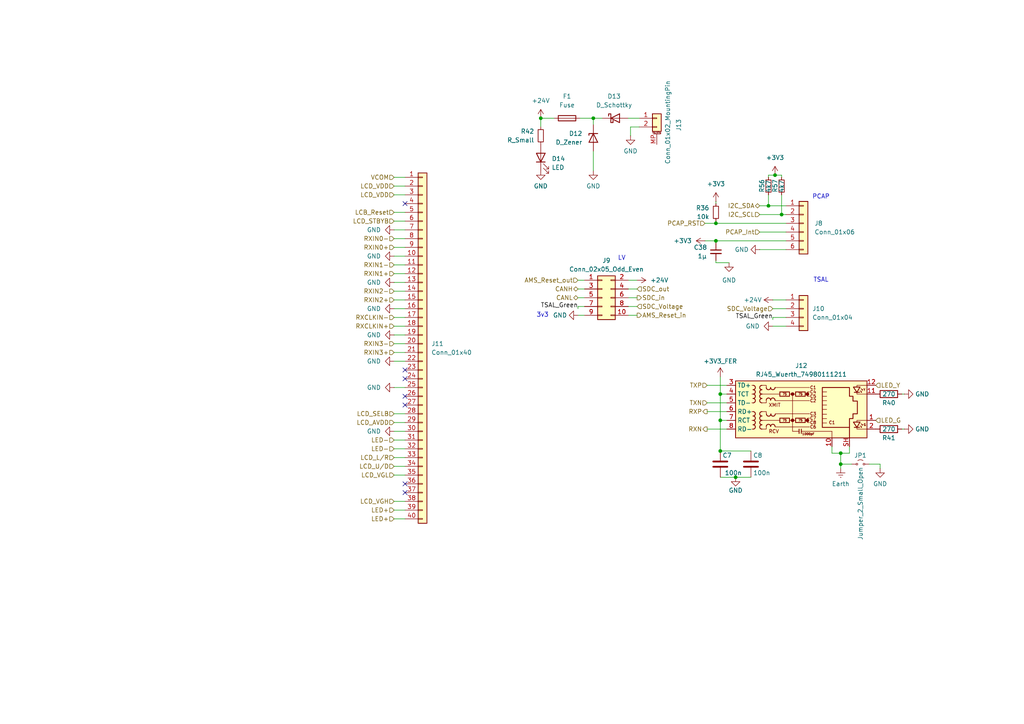
<source format=kicad_sch>
(kicad_sch (version 20231120) (generator "eeschema") (generator_version "8.0")
  (paper "A4")
  (lib_symbols
    (symbol "Connector:RJ45_Wuerth_74980111211"
      (property "Reference" "J" (at 19.05 10.16 0))
      (property "Value" "RJ45_Wuerth_74980111211" (at -6.35 10.16 0))
      (symbol "RJ45_Wuerth_74980111211_0_0"
        (circle (center -1.27 -2.54) (radius 0.0001) (stroke (width 0.508)))
        (circle (center -1.27 5.08) (radius 0.0001) (stroke (width 0.508)))
        (polyline (pts (xy -1.27 5.08) (xy -1.27 -5.715)))
        (polyline (pts (xy 0.635 -5.08) (xy 0.635 -6.35)) (stroke (width 0.254)))
        (polyline (pts (xy 1.27 -5.08) (xy 1.27 -6.35)) (stroke (width 0.254)))
        (polyline (pts (xy 3.048 -2.54) (xy 2.54 -2.54)))
        (polyline (pts (xy 3.048 5.08) (xy 2.54 5.08)))
        (polyline (pts (xy 17.399 -3.048) (xy 17.399 -2.54) (xy 20.32 -2.54)))
        (polyline (pts (xy 17.399 7.112) (xy 17.399 7.62) (xy 20.32 7.62)))
        (polyline (pts (xy 20.32 -5.08) (xy 17.399 -5.08) (xy 17.399 -4.572)))
        (polyline (pts (xy 20.32 5.08) (xy 17.399 5.08) (xy 17.399 5.588)))
        (polyline (pts (xy 3.683 -1.905) (xy 3.048 -1.905) (xy 3.048 -3.175) (xy 3.683 -3.175)))
        (polyline (pts (xy 3.683 5.715) (xy 3.048 5.715) (xy 3.048 4.445) (xy 3.683 4.445)))
        (circle (center 3.048 -2.54) (radius 0.0001) (stroke (width 0.508)))
        (circle (center 3.048 5.08) (radius 0.0001) (stroke (width 0.508)))
        (text "C1" (at 4.699 6.985 0) (effects (font (size 0.889 0.889))))
        (text "C1" (at 10.16 -3.175 0) (effects (font (size 0.889 0.889))))
        (text "C2" (at 4.699 3.175 0) (effects (font (size 0.889 0.889))))
        (text "C3" (at 4.699 -0.635 0) (effects (font (size 0.889 0.889))))
        (text "C4" (at 4.699 5.715 0) (effects (font (size 0.889 0.889))))
        (text "C5" (at 4.699 4.445 0) (effects (font (size 0.889 0.889))))
        (text "C6" (at 4.699 -4.445 0) (effects (font (size 0.889 0.889))))
        (text "C7" (at 4.699 -1.905 0) (effects (font (size 0.889 0.889))))
        (text "C8" (at 4.699 -3.175 0) (effects (font (size 0.889 0.889))))
        (text "RCV" (at -8.255 -5.715 0) (effects (font (size 1.016 1.016)) (justify left)))
        (text "XMIT" (at -8.255 1.905 0) (effects (font (size 1.016 1.016)) (justify left)))
      )
      (symbol "RJ45_Wuerth_74980111211_0_1"
        (rectangle (start -17.78 8.89) (end 20.32 -7.62) (stroke (width 0.254)) (fill (type background)))
        (polyline (pts (xy -12.7 -5.08) (xy -13.081 -5.08)))
        (polyline (pts (xy -12.7 -2.54) (xy -13.081 -2.54)))
        (polyline (pts (xy -12.7 0) (xy -13.081 0)))
        (polyline (pts (xy -12.7 2.54) (xy -13.081 2.54)))
        (polyline (pts (xy -12.7 5.08) (xy -13.081 5.08)))
        (polyline (pts (xy -12.7 7.62) (xy -13.081 7.62)))
        (polyline (pts (xy -6.35 -4.445) (xy 3.683 -4.445)))
        (polyline (pts (xy -6.35 3.175) (xy 3.683 3.175)))
        (polyline (pts (xy -6.35 6.985) (xy 3.683 6.985)))
        (polyline (pts (xy -6.223 -0.635) (xy 3.683 -0.635)))
        (polyline (pts (xy -5.08 -2.54) (xy -10.16 -2.54)))
        (polyline (pts (xy -4.953 5.08) (xy -10.16 5.08)))
        (polyline (pts (xy -2.159 -2.54) (xy -0.381 -2.54)))
        (polyline (pts (xy -2.159 5.08) (xy -0.381 5.08)))
        (polyline (pts (xy 0.635 -5.715) (xy -1.27 -5.715)))
        (polyline (pts (xy 7.366 -2.032) (xy 8.636 -2.032)))
        (polyline (pts (xy 7.366 -0.762) (xy 8.636 -0.762)))
        (polyline (pts (xy 7.366 0.635) (xy 8.636 0.635)))
        (polyline (pts (xy 7.366 1.905) (xy 8.636 1.905)))
        (polyline (pts (xy 7.366 3.175) (xy 8.636 3.175)))
        (polyline (pts (xy 8.636 -3.302) (xy 7.366 -3.302)))
        (polyline (pts (xy 8.636 4.445) (xy 7.366 4.445)))
        (polyline (pts (xy 8.636 5.715) (xy 7.366 5.715)))
        (polyline (pts (xy 10.16 -5.715) (xy 1.27 -5.715)))
        (polyline (pts (xy 10.16 -5.715) (xy 10.16 -7.62)))
        (polyline (pts (xy -10.16 0) (xy -8.89 0) (xy -8.89 -0.635)))
        (polyline (pts (xy -10.16 7.62) (xy -8.89 7.62) (xy -8.89 6.985)))
        (polyline (pts (xy -8.89 -4.445) (xy -8.89 -5.08) (xy -10.16 -5.08)))
        (polyline (pts (xy -8.89 3.175) (xy -8.89 2.54) (xy -10.16 2.54)))
      )
      (symbol "RJ45_Wuerth_74980111211_1_0"
        (text "1000pF" (at 3.302 -6.477 0) (effects (font (size 0.635 0.635))))
      )
      (symbol "RJ45_Wuerth_74980111211_1_1"
        (arc (start -12.7 -1.27) (mid -12.0677 -0.635) (end -12.7 0) (stroke (width 0.254)))
        (arc (start -12.6973 -5.08) (mid -12.065 -4.445) (end -12.6973 -3.81) (stroke (width 0.254)))
        (arc (start -12.6973 -3.81) (mid -12.065 -3.175) (end -12.6973 -2.54) (stroke (width 0.254)))
        (arc (start -12.6973 -2.54) (mid -12.065 -1.905) (end -12.6973 -1.27) (stroke (width 0.254)))
        (arc (start -12.6973 6.35) (mid -12.065 6.985) (end -12.6973 7.62) (stroke (width 0.254)))
        (arc (start -12.6946 2.54) (mid -12.0623 3.175) (end -12.6946 3.81) (stroke (width 0.254)))
        (arc (start -12.6946 3.81) (mid -12.0623 4.445) (end -12.6946 5.08) (stroke (width 0.254)))
        (arc (start -12.6946 5.08) (mid -12.0623 5.715) (end -12.6946 6.35) (stroke (width 0.254)))
        (arc (start -10.1654 -2.54) (mid -10.7977 -3.175) (end -10.1654 -3.81) (stroke (width 0.254)))
        (arc (start -10.1654 -1.27) (mid -10.7977 -1.905) (end -10.1654 -2.54) (stroke (width 0.254)))
        (arc (start -10.1654 0) (mid -10.7977 -0.635) (end -10.1654 -1.27) (stroke (width 0.254)))
        (arc (start -10.1654 5.08) (mid -10.7977 4.445) (end -10.1654 3.81) (stroke (width 0.254)))
        (arc (start -10.1654 6.35) (mid -10.7977 5.715) (end -10.1654 5.08) (stroke (width 0.254)))
        (arc (start -10.1654 7.62) (mid -10.7977 6.985) (end -10.1654 6.35) (stroke (width 0.254)))
        (arc (start -10.1627 -3.81) (mid -10.795 -4.445) (end -10.1627 -5.08) (stroke (width 0.254)))
        (arc (start -10.1627 3.81) (mid -10.795 3.175) (end -10.1627 2.54) (stroke (width 0.254)))
        (arc (start -8.89 6.9823) (mid -8.255 6.35) (end -7.62 6.9823) (stroke (width 0.254)))
        (arc (start -8.8265 -0.7012) (mid -8.1915 -1.3335) (end -7.5565 -0.7012) (stroke (width 0.254)))
        (arc (start -7.62 -4.3153) (mid -8.255 -3.683) (end -8.89 -4.3153) (stroke (width 0.254)))
        (arc (start -7.62 3.3047) (mid -8.255 3.937) (end -8.89 3.3047) (stroke (width 0.254)))
        (arc (start -7.62 6.985) (mid -6.985 6.3527) (end -6.35 6.985) (stroke (width 0.254)))
        (arc (start -7.5565 -0.6985) (mid -6.9215 -1.3308) (end -6.2865 -0.6985) (stroke (width 0.254)))
        (arc (start -6.35 -4.3126) (mid -6.985 -3.6803) (end -7.62 -4.3126) (stroke (width 0.254)))
        (arc (start -6.35 3.3074) (mid -6.985 3.9397) (end -7.62 3.3074) (stroke (width 0.254)))
        (rectangle (start -4.953 -1.905) (end -2.159 -3.175) (stroke (width 0.254)))
        (rectangle (start -4.953 5.715) (end -2.159 4.445) (stroke (width 0.254)))
        (rectangle (start -0.381 -1.905) (end 2.413 -3.175) (stroke (width 0.254)))
        (rectangle (start -0.381 5.715) (end 2.413 4.445) (stroke (width 0.254)))
        (polyline (pts (xy 15.24 -7.62) (xy 15.24 -4.572)) (stroke (width 0.254)))
        (polyline (pts (xy 18.161 -4.572) (xy 16.637 -4.572)) (stroke (width 0.254)))
        (polyline (pts (xy 18.161 5.588) (xy 16.637 5.588)) (stroke (width 0.254)))
        (polyline (pts (xy 18.796 -4.572) (xy 18.796 -4.318)))
        (polyline (pts (xy 18.796 5.588) (xy 18.796 5.842)))
        (polyline (pts (xy 19.05 -3.937) (xy 19.05 -3.683)))
        (polyline (pts (xy 19.05 6.223) (xy 19.05 6.477)))
        (polyline (pts (xy 18.288 -4.064) (xy 18.796 -4.572) (xy 18.542 -4.572)))
        (polyline (pts (xy 18.288 6.096) (xy 18.796 5.588) (xy 18.542 5.588)))
        (polyline (pts (xy 18.542 -3.429) (xy 19.05 -3.937) (xy 18.796 -3.937)))
        (polyline (pts (xy 18.542 6.731) (xy 19.05 6.223) (xy 18.796 6.223)))
        (polyline (pts (xy 18.288 -3.048) (xy 16.383 -3.048) (xy 17.399 -4.572) (xy 18.288 -3.048)) (stroke (width 0.254)))
        (polyline (pts (xy 18.288 7.112) (xy 16.383 7.112) (xy 17.399 5.588) (xy 18.288 7.112)) (stroke (width 0.254)))
        (polyline (pts (xy 7.366 -4.572) (xy 7.366 6.985) (xy 15.24 6.985) (xy 15.24 4.445) (xy 16.256 4.445) (xy 16.256 3.048) (xy 17.526 3.048) (xy 17.526 -0.635) (xy 16.256 -0.635) (xy 16.256 -2.032) (xy 15.24 -2.032) (xy 15.24 -4.572) (xy 7.366 -4.572)) (stroke (width 0.254)))
        (text "75" (at -3.556 -2.54 0) (effects (font (size 0.635 0.635))))
        (text "75" (at -3.556 5.08 0) (effects (font (size 0.635 0.635))))
        (text "75" (at 1.016 -2.54 0) (effects (font (size 0.635 0.635))))
        (text "75" (at 1.016 5.08 0) (effects (font (size 0.635 0.635))))
        (text "G" (at 19.685 -3.81 0) (effects (font (size 0.635 0.635))))
        (text "Y" (at 19.558 6.35 0) (effects (font (size 0.635 0.635))))
        (pin passive line (at 22.86 -2.54 180) (length 2.54) (name "") (number "1"))
        (pin power_in line (at 10.16 -10.16 90) (length 2.54) (name "") (number "10"))
        (pin passive line (at 22.86 5.08 180) (length 2.54) (name "") (number "11"))
        (pin passive line (at 22.86 7.62 180) (length 2.54) (name "") (number "12"))
        (pin passive line (at 22.86 -5.08 180) (length 2.54) (name "") (number "2"))
        (pin passive line (at -20.32 7.62 0) (length 2.54) (name "TD+") (number "3"))
        (pin passive line (at -20.32 5.08 0) (length 2.54) (name "TCT") (number "4"))
        (pin passive line (at -20.32 2.54 0) (length 2.54) (name "TD-") (number "5"))
        (pin passive line (at -20.32 0 0) (length 2.54) (name "RD+") (number "6"))
        (pin passive line (at -20.32 -2.54 0) (length 2.54) (name "RCT") (number "7"))
        (pin passive line (at -20.32 -5.08 0) (length 2.54) (name "RD-") (number "8"))
        (pin no_connect line (at 20.32 0 0) (length 0) hide (name "NC") (number "9"))
        (pin passive line (at 15.24 -10.16 90) (length 2.54) (name "") (number "SH"))
      )
    )
    (symbol "Connector_Generic:Conn_01x04" (pin_names (offset 1.016) hide)
      (property "Reference" "J" (at 0 5.08 0))
      (property "Value" "Conn_01x04" (at 0 -7.62 0))
      (symbol "Conn_01x04_1_1"
        (rectangle (start -1.27 -4.953) (end 0 -5.207) (stroke (width 0.1524)))
        (rectangle (start -1.27 -2.413) (end 0 -2.667) (stroke (width 0.1524)))
        (rectangle (start -1.27 0.127) (end 0 -0.127) (stroke (width 0.1524)))
        (rectangle (start -1.27 2.667) (end 0 2.413) (stroke (width 0.1524)))
        (rectangle (start -1.27 3.81) (end 1.27 -6.35) (stroke (width 0.254)) (fill (type background)))
        (pin passive line (at -5.08 2.54 0) (length 3.81) (name "Pin_1") (number "1"))
        (pin passive line (at -5.08 0 0) (length 3.81) (name "Pin_2") (number "2"))
        (pin passive line (at -5.08 -2.54 0) (length 3.81) (name "Pin_3") (number "3"))
        (pin passive line (at -5.08 -5.08 0) (length 3.81) (name "Pin_4") (number "4"))
      )
    )
    (symbol "Connector_Generic:Conn_01x06" (pin_names (offset 1.016) hide)
      (property "Reference" "J" (at 0 7.62 0))
      (property "Value" "Conn_01x06" (at 0 -10.16 0))
      (symbol "Conn_01x06_1_1"
        (rectangle (start -1.27 -7.493) (end 0 -7.747) (stroke (width 0.1524)))
        (rectangle (start -1.27 -4.953) (end 0 -5.207) (stroke (width 0.1524)))
        (rectangle (start -1.27 -2.413) (end 0 -2.667) (stroke (width 0.1524)))
        (rectangle (start -1.27 0.127) (end 0 -0.127) (stroke (width 0.1524)))
        (rectangle (start -1.27 2.667) (end 0 2.413) (stroke (width 0.1524)))
        (rectangle (start -1.27 5.207) (end 0 4.953) (stroke (width 0.1524)))
        (rectangle (start -1.27 6.35) (end 1.27 -8.89) (stroke (width 0.254)) (fill (type background)))
        (pin passive line (at -5.08 5.08 0) (length 3.81) (name "Pin_1") (number "1"))
        (pin passive line (at -5.08 2.54 0) (length 3.81) (name "Pin_2") (number "2"))
        (pin passive line (at -5.08 0 0) (length 3.81) (name "Pin_3") (number "3"))
        (pin passive line (at -5.08 -2.54 0) (length 3.81) (name "Pin_4") (number "4"))
        (pin passive line (at -5.08 -5.08 0) (length 3.81) (name "Pin_5") (number "5"))
        (pin passive line (at -5.08 -7.62 0) (length 3.81) (name "Pin_6") (number "6"))
      )
    )
    (symbol "Connector_Generic:Conn_01x40" (pin_names (offset 1.016) hide)
      (property "Reference" "J" (at 0 50.8 0))
      (property "Value" "Conn_01x40" (at 0 -53.34 0))
      (symbol "Conn_01x40_1_1"
        (rectangle (start -1.27 -50.673) (end 0 -50.927) (stroke (width 0.1524)))
        (rectangle (start -1.27 -48.133) (end 0 -48.387) (stroke (width 0.1524)))
        (rectangle (start -1.27 -45.593) (end 0 -45.847) (stroke (width 0.1524)))
        (rectangle (start -1.27 -43.053) (end 0 -43.307) (stroke (width 0.1524)))
        (rectangle (start -1.27 -40.513) (end 0 -40.767) (stroke (width 0.1524)))
        (rectangle (start -1.27 -37.973) (end 0 -38.227) (stroke (width 0.1524)))
        (rectangle (start -1.27 -35.433) (end 0 -35.687) (stroke (width 0.1524)))
        (rectangle (start -1.27 -32.893) (end 0 -33.147) (stroke (width 0.1524)))
        (rectangle (start -1.27 -30.353) (end 0 -30.607) (stroke (width 0.1524)))
        (rectangle (start -1.27 -27.813) (end 0 -28.067) (stroke (width 0.1524)))
        (rectangle (start -1.27 -25.273) (end 0 -25.527) (stroke (width 0.1524)))
        (rectangle (start -1.27 -22.733) (end 0 -22.987) (stroke (width 0.1524)))
        (rectangle (start -1.27 -20.193) (end 0 -20.447) (stroke (width 0.1524)))
        (rectangle (start -1.27 -17.653) (end 0 -17.907) (stroke (width 0.1524)))
        (rectangle (start -1.27 -15.113) (end 0 -15.367) (stroke (width 0.1524)))
        (rectangle (start -1.27 -12.573) (end 0 -12.827) (stroke (width 0.1524)))
        (rectangle (start -1.27 -10.033) (end 0 -10.287) (stroke (width 0.1524)))
        (rectangle (start -1.27 -7.493) (end 0 -7.747) (stroke (width 0.1524)))
        (rectangle (start -1.27 -4.953) (end 0 -5.207) (stroke (width 0.1524)))
        (rectangle (start -1.27 -2.413) (end 0 -2.667) (stroke (width 0.1524)))
        (rectangle (start -1.27 0.127) (end 0 -0.127) (stroke (width 0.1524)))
        (rectangle (start -1.27 2.667) (end 0 2.413) (stroke (width 0.1524)))
        (rectangle (start -1.27 5.207) (end 0 4.953) (stroke (width 0.1524)))
        (rectangle (start -1.27 7.747) (end 0 7.493) (stroke (width 0.1524)))
        (rectangle (start -1.27 10.287) (end 0 10.033) (stroke (width 0.1524)))
        (rectangle (start -1.27 12.827) (end 0 12.573) (stroke (width 0.1524)))
        (rectangle (start -1.27 15.367) (end 0 15.113) (stroke (width 0.1524)))
        (rectangle (start -1.27 17.907) (end 0 17.653) (stroke (width 0.1524)))
        (rectangle (start -1.27 20.447) (end 0 20.193) (stroke (width 0.1524)))
        (rectangle (start -1.27 22.987) (end 0 22.733) (stroke (width 0.1524)))
        (rectangle (start -1.27 25.527) (end 0 25.273) (stroke (width 0.1524)))
        (rectangle (start -1.27 28.067) (end 0 27.813) (stroke (width 0.1524)))
        (rectangle (start -1.27 30.607) (end 0 30.353) (stroke (width 0.1524)))
        (rectangle (start -1.27 33.147) (end 0 32.893) (stroke (width 0.1524)))
        (rectangle (start -1.27 35.687) (end 0 35.433) (stroke (width 0.1524)))
        (rectangle (start -1.27 38.227) (end 0 37.973) (stroke (width 0.1524)))
        (rectangle (start -1.27 40.767) (end 0 40.513) (stroke (width 0.1524)))
        (rectangle (start -1.27 43.307) (end 0 43.053) (stroke (width 0.1524)))
        (rectangle (start -1.27 45.847) (end 0 45.593) (stroke (width 0.1524)))
        (rectangle (start -1.27 48.387) (end 0 48.133) (stroke (width 0.1524)))
        (rectangle (start -1.27 49.53) (end 1.27 -52.07) (stroke (width 0.254)) (fill (type background)))
        (pin passive line (at -5.08 48.26 0) (length 3.81) (name "Pin_1") (number "1"))
        (pin passive line (at -5.08 25.4 0) (length 3.81) (name "Pin_10") (number "10"))
        (pin passive line (at -5.08 22.86 0) (length 3.81) (name "Pin_11") (number "11"))
        (pin passive line (at -5.08 20.32 0) (length 3.81) (name "Pin_12") (number "12"))
        (pin passive line (at -5.08 17.78 0) (length 3.81) (name "Pin_13") (number "13"))
        (pin passive line (at -5.08 15.24 0) (length 3.81) (name "Pin_14") (number "14"))
        (pin passive line (at -5.08 12.7 0) (length 3.81) (name "Pin_15") (number "15"))
        (pin passive line (at -5.08 10.16 0) (length 3.81) (name "Pin_16") (number "16"))
        (pin passive line (at -5.08 7.62 0) (length 3.81) (name "Pin_17") (number "17"))
        (pin passive line (at -5.08 5.08 0) (length 3.81) (name "Pin_18") (number "18"))
        (pin passive line (at -5.08 2.54 0) (length 3.81) (name "Pin_19") (number "19"))
        (pin passive line (at -5.08 45.72 0) (length 3.81) (name "Pin_2") (number "2"))
        (pin passive line (at -5.08 0 0) (length 3.81) (name "Pin_20") (number "20"))
        (pin passive line (at -5.08 -2.54 0) (length 3.81) (name "Pin_21") (number "21"))
        (pin passive line (at -5.08 -5.08 0) (length 3.81) (name "Pin_22") (number "22"))
        (pin passive line (at -5.08 -7.62 0) (length 3.81) (name "Pin_23") (number "23"))
        (pin passive line (at -5.08 -10.16 0) (length 3.81) (name "Pin_24") (number "24"))
        (pin passive line (at -5.08 -12.7 0) (length 3.81) (name "Pin_25") (number "25"))
        (pin passive line (at -5.08 -15.24 0) (length 3.81) (name "Pin_26") (number "26"))
        (pin passive line (at -5.08 -17.78 0) (length 3.81) (name "Pin_27") (number "27"))
        (pin passive line (at -5.08 -20.32 0) (length 3.81) (name "Pin_28") (number "28"))
        (pin passive line (at -5.08 -22.86 0) (length 3.81) (name "Pin_29") (number "29"))
        (pin passive line (at -5.08 43.18 0) (length 3.81) (name "Pin_3") (number "3"))
        (pin passive line (at -5.08 -25.4 0) (length 3.81) (name "Pin_30") (number "30"))
        (pin passive line (at -5.08 -27.94 0) (length 3.81) (name "Pin_31") (number "31"))
        (pin passive line (at -5.08 -30.48 0) (length 3.81) (name "Pin_32") (number "32"))
        (pin passive line (at -5.08 -33.02 0) (length 3.81) (name "Pin_33") (number "33"))
        (pin passive line (at -5.08 -35.56 0) (length 3.81) (name "Pin_34") (number "34"))
        (pin passive line (at -5.08 -38.1 0) (length 3.81) (name "Pin_35") (number "35"))
        (pin passive line (at -5.08 -40.64 0) (length 3.81) (name "Pin_36") (number "36"))
        (pin passive line (at -5.08 -43.18 0) (length 3.81) (name "Pin_37") (number "37"))
        (pin passive line (at -5.08 -45.72 0) (length 3.81) (name "Pin_38") (number "38"))
        (pin passive line (at -5.08 -48.26 0) (length 3.81) (name "Pin_39") (number "39"))
        (pin passive line (at -5.08 40.64 0) (length 3.81) (name "Pin_4") (number "4"))
        (pin passive line (at -5.08 -50.8 0) (length 3.81) (name "Pin_40") (number "40"))
        (pin passive line (at -5.08 38.1 0) (length 3.81) (name "Pin_5") (number "5"))
        (pin passive line (at -5.08 35.56 0) (length 3.81) (name "Pin_6") (number "6"))
        (pin passive line (at -5.08 33.02 0) (length 3.81) (name "Pin_7") (number "7"))
        (pin passive line (at -5.08 30.48 0) (length 3.81) (name "Pin_8") (number "8"))
        (pin passive line (at -5.08 27.94 0) (length 3.81) (name "Pin_9") (number "9"))
      )
    )
    (symbol "Connector_Generic:Conn_02x05_Odd_Even" (pin_names (offset 1.016) hide)
      (property "Reference" "J" (at 1.27 7.62 0))
      (property "Value" "Conn_02x05_Odd_Even" (at 1.27 -7.62 0))
      (symbol "Conn_02x05_Odd_Even_1_1"
        (rectangle (start -1.27 -4.953) (end 0 -5.207) (stroke (width 0.1524)))
        (rectangle (start -1.27 -2.413) (end 0 -2.667) (stroke (width 0.1524)))
        (rectangle (start -1.27 0.127) (end 0 -0.127) (stroke (width 0.1524)))
        (rectangle (start -1.27 2.667) (end 0 2.413) (stroke (width 0.1524)))
        (rectangle (start -1.27 5.207) (end 0 4.953) (stroke (width 0.1524)))
        (rectangle (start -1.27 6.35) (end 3.81 -6.35) (stroke (width 0.254)) (fill (type background)))
        (rectangle (start 3.81 -4.953) (end 2.54 -5.207) (stroke (width 0.1524)))
        (rectangle (start 3.81 -2.413) (end 2.54 -2.667) (stroke (width 0.1524)))
        (rectangle (start 3.81 0.127) (end 2.54 -0.127) (stroke (width 0.1524)))
        (rectangle (start 3.81 2.667) (end 2.54 2.413) (stroke (width 0.1524)))
        (rectangle (start 3.81 5.207) (end 2.54 4.953) (stroke (width 0.1524)))
        (pin passive line (at -5.08 5.08 0) (length 3.81) (name "Pin_1") (number "1"))
        (pin passive line (at 7.62 -5.08 180) (length 3.81) (name "Pin_10") (number "10"))
        (pin passive line (at 7.62 5.08 180) (length 3.81) (name "Pin_2") (number "2"))
        (pin passive line (at -5.08 2.54 0) (length 3.81) (name "Pin_3") (number "3"))
        (pin passive line (at 7.62 2.54 180) (length 3.81) (name "Pin_4") (number "4"))
        (pin passive line (at -5.08 0 0) (length 3.81) (name "Pin_5") (number "5"))
        (pin passive line (at 7.62 0 180) (length 3.81) (name "Pin_6") (number "6"))
        (pin passive line (at -5.08 -2.54 0) (length 3.81) (name "Pin_7") (number "7"))
        (pin passive line (at 7.62 -2.54 180) (length 3.81) (name "Pin_8") (number "8"))
        (pin passive line (at -5.08 -5.08 0) (length 3.81) (name "Pin_9") (number "9"))
      )
    )
    (symbol "Connector_Generic_MountingPin:Conn_01x02_MountingPin" (pin_names (offset 1.016) hide)
      (property "Reference" "J" (at 0 2.54 0))
      (property "Value" "Conn_01x02_MountingPin" (at 1.27 -5.08 0))
      (symbol "Conn_01x02_MountingPin_1_1"
        (rectangle (start -1.27 -2.413) (end 0 -2.667) (stroke (width 0.1524)))
        (rectangle (start -1.27 0.127) (end 0 -0.127) (stroke (width 0.1524)))
        (rectangle (start -1.27 1.27) (end 1.27 -3.81) (stroke (width 0.254)) (fill (type background)))
        (polyline (pts (xy -1.016 -4.572) (xy 1.016 -4.572)) (stroke (width 0.1524)))
        (text "Mounting" (at 0 -4.191 0) (effects (font (size 0.381 0.381))))
        (pin passive line (at -5.08 0 0) (length 3.81) (name "Pin_1") (number "1"))
        (pin passive line (at -5.08 -2.54 0) (length 3.81) (name "Pin_2") (number "2"))
        (pin passive line (at 0 -7.62 90) (length 3.048) (name "MountPin") (number "MP"))
      )
    )
    (symbol "Device:C" (pin_numbers hide) (pin_names (offset 0.254))
      (property "Reference" "C" (at 0.635 2.54 0))
      (property "Value" "C" (at 0.635 -2.54 0))
      (symbol "C_0_1"
        (polyline (pts (xy -2.032 -0.762) (xy 2.032 -0.762)) (stroke (width 0.508)))
        (polyline (pts (xy -2.032 0.762) (xy 2.032 0.762)) (stroke (width 0.508)))
      )
      (symbol "C_1_1"
        (pin passive line (at 0 3.81 270) (length 2.794) (name "~") (number "1"))
        (pin passive line (at 0 -3.81 90) (length 2.794) (name "~") (number "2"))
      )
    )
    (symbol "Device:C_Small" (pin_numbers hide) (pin_names (offset 0.254) hide)
      (property "Reference" "C" (at 0.254 1.778 0))
      (property "Value" "C_Small" (at 0.254 -2.032 0))
      (symbol "C_Small_0_1"
        (polyline (pts (xy -1.524 -0.508) (xy 1.524 -0.508)) (stroke (width 0.3302)))
        (polyline (pts (xy -1.524 0.508) (xy 1.524 0.508)) (stroke (width 0.3048)))
      )
      (symbol "C_Small_1_1"
        (pin passive line (at 0 2.54 270) (length 2.032) (name "~") (number "1"))
        (pin passive line (at 0 -2.54 90) (length 2.032) (name "~") (number "2"))
      )
    )
    (symbol "Device:D_Schottky" (pin_numbers hide) (pin_names (offset 1.016) hide)
      (property "Reference" "D" (at 0 2.54 0))
      (property "Value" "D_Schottky" (at 0 -2.54 0))
      (symbol "D_Schottky_0_1"
        (polyline (pts (xy 1.27 0) (xy -1.27 0)))
        (polyline (pts (xy 1.27 1.27) (xy 1.27 -1.27) (xy -1.27 0) (xy 1.27 1.27)) (stroke (width 0.254)))
        (polyline (pts (xy -1.905 0.635) (xy -1.905 1.27) (xy -1.27 1.27) (xy -1.27 -1.27) (xy -0.635 -1.27) (xy -0.635 -0.635)) (stroke (width 0.254)))
      )
      (symbol "D_Schottky_1_1"
        (pin passive line (at -3.81 0 0) (length 2.54) (name "K") (number "1"))
        (pin passive line (at 3.81 0 180) (length 2.54) (name "A") (number "2"))
      )
    )
    (symbol "Device:D_Zener" (pin_numbers hide) (pin_names (offset 1.016) hide)
      (property "Reference" "D" (at 0 2.54 0))
      (property "Value" "D_Zener" (at 0 -2.54 0))
      (symbol "D_Zener_0_1"
        (polyline (pts (xy 1.27 0) (xy -1.27 0)))
        (polyline (pts (xy -1.27 -1.27) (xy -1.27 1.27) (xy -0.762 1.27)) (stroke (width 0.254)))
        (polyline (pts (xy 1.27 -1.27) (xy 1.27 1.27) (xy -1.27 0) (xy 1.27 -1.27)) (stroke (width 0.254)))
      )
      (symbol "D_Zener_1_1"
        (pin passive line (at -3.81 0 0) (length 2.54) (name "K") (number "1"))
        (pin passive line (at 3.81 0 180) (length 2.54) (name "A") (number "2"))
      )
    )
    (symbol "Device:Fuse" (pin_numbers hide) (pin_names (offset 0))
      (property "Reference" "F" (at 2.032 0 90))
      (property "Value" "Fuse" (at -1.905 0 90))
      (symbol "Fuse_0_1"
        (rectangle (start -0.762 -2.54) (end 0.762 2.54) (stroke (width 0.254)))
        (polyline (pts (xy 0 2.54) (xy 0 -2.54)))
      )
      (symbol "Fuse_1_1"
        (pin passive line (at 0 3.81 270) (length 1.27) (name "~") (number "1"))
        (pin passive line (at 0 -3.81 90) (length 1.27) (name "~") (number "2"))
      )
    )
    (symbol "Device:LED" (pin_numbers hide) (pin_names (offset 1.016) hide)
      (property "Reference" "D" (at 0 2.54 0))
      (property "Value" "LED" (at 0 -2.54 0))
      (symbol "LED_0_1"
        (polyline (pts (xy -1.27 -1.27) (xy -1.27 1.27)) (stroke (width 0.254)))
        (polyline (pts (xy -1.27 0) (xy 1.27 0)))
        (polyline (pts (xy 1.27 -1.27) (xy 1.27 1.27) (xy -1.27 0) (xy 1.27 -1.27)) (stroke (width 0.254)))
        (polyline (pts (xy -3.048 -0.762) (xy -4.572 -2.286) (xy -3.81 -2.286) (xy -4.572 -2.286) (xy -4.572 -1.524)))
        (polyline (pts (xy -1.778 -0.762) (xy -3.302 -2.286) (xy -2.54 -2.286) (xy -3.302 -2.286) (xy -3.302 -1.524)))
      )
      (symbol "LED_1_1"
        (pin passive line (at -3.81 0 0) (length 2.54) (name "K") (number "1"))
        (pin passive line (at 3.81 0 180) (length 2.54) (name "A") (number "2"))
      )
    )
    (symbol "Device:R" (pin_numbers hide) (pin_names (offset 0))
      (property "Reference" "R" (at 2.032 0 90))
      (property "Value" "R" (at 0 0 90))
      (symbol "R_0_1"
        (rectangle (start -1.016 -2.54) (end 1.016 2.54) (stroke (width 0.254)))
      )
      (symbol "R_1_1"
        (pin passive line (at 0 3.81 270) (length 1.27) (name "~") (number "1"))
        (pin passive line (at 0 -3.81 90) (length 1.27) (name "~") (number "2"))
      )
    )
    (symbol "Device:R_Small" (pin_numbers hide) (pin_names (offset 0.254) hide)
      (property "Reference" "R" (at 0.762 0.508 0))
      (property "Value" "R_Small" (at 0.762 -1.016 0))
      (symbol "R_Small_0_1"
        (rectangle (start -0.762 1.778) (end 0.762 -1.778) (stroke (width 0.2032)))
      )
      (symbol "R_Small_1_1"
        (pin passive line (at 0 2.54 270) (length 0.762) (name "~") (number "1"))
        (pin passive line (at 0 -2.54 90) (length 0.762) (name "~") (number "2"))
      )
    )
    (symbol "Jumper:Jumper_2_Small_Open" (pin_numbers hide) (pin_names (offset 0) hide) (exclude_from_sim yes)
      (property "Reference" "JP" (at 0 2.794 0))
      (property "Value" "Jumper_2_Small_Open" (at 0 -2.286 0))
      (symbol "Jumper_2_Small_Open_0_0"
        (circle (center -1.016 0) (radius 0.254))
        (circle (center 1.016 0) (radius 0.254))
      )
      (symbol "Jumper_2_Small_Open_0_1"
        (arc (start 0.762 1.0196) (mid 0 1.2729) (end -0.762 1.0196))
      )
      (symbol "Jumper_2_Small_Open_1_1"
        (pin passive line (at -2.54 0 0) (length 1.27) (name "A") (number "1"))
        (pin passive line (at 2.54 0 180) (length 1.27) (name "B") (number "2"))
      )
    )
    (symbol "power:+12V" (power) (pin_numbers hide) (pin_names (offset 0) hide)
      (property "Value" "+12V" (at 0 3.556 0))
      (symbol "+12V_0_1"
        (polyline (pts (xy -0.762 1.27) (xy 0 2.54)))
        (polyline (pts (xy 0 0) (xy 0 2.54)))
        (polyline (pts (xy 0 2.54) (xy 0.762 1.27)))
      )
      (symbol "+12V_1_1"
        (pin power_in line (at 0 0 90) (length 0) (name "~") (number "1"))
      )
    )
    (symbol "power:+24V" (power) (pin_numbers hide) (pin_names (offset 0) hide)
      (property "Value" "+24V" (at 0 3.556 0))
      (symbol "+24V_0_1"
        (polyline (pts (xy -0.762 1.27) (xy 0 2.54)))
        (polyline (pts (xy 0 0) (xy 0 2.54)))
        (polyline (pts (xy 0 2.54) (xy 0.762 1.27)))
      )
      (symbol "+24V_1_1"
        (pin power_in line (at 0 0 90) (length 0) (name "~") (number "1"))
      )
    )
    (symbol "power:+3V3" (power) (pin_numbers hide) (pin_names (offset 0) hide)
      (property "Value" "+3V3" (at 0 3.556 0))
      (symbol "+3V3_0_1"
        (polyline (pts (xy -0.762 1.27) (xy 0 2.54)))
        (polyline (pts (xy 0 0) (xy 0 2.54)))
        (polyline (pts (xy 0 2.54) (xy 0.762 1.27)))
      )
      (symbol "+3V3_1_1"
        (pin power_in line (at 0 0 90) (length 0) (name "~") (number "1"))
      )
    )
    (symbol "power:Earth" (power) (pin_numbers hide) (pin_names (offset 0) hide)
      (property "Value" "Earth" (at 0 -3.81 0))
      (symbol "Earth_0_1"
        (polyline (pts (xy -0.635 -1.905) (xy 0.635 -1.905)))
        (polyline (pts (xy -0.127 -2.54) (xy 0.127 -2.54)))
        (polyline (pts (xy 0 -1.27) (xy 0 0)))
        (polyline (pts (xy 1.27 -1.27) (xy -1.27 -1.27)))
      )
      (symbol "Earth_1_1"
        (pin power_in line (at 0 0 270) (length 0) (name "~") (number "1"))
      )
    )
    (symbol "power:GND" (power) (pin_numbers hide) (pin_names (offset 0) hide)
      (property "Value" "GND" (at 0 -3.81 0))
      (symbol "GND_0_1"
        (polyline (pts (xy 0 0) (xy 0 -1.27) (xy 1.27 -1.27) (xy 0 -2.54) (xy -1.27 -1.27) (xy 0 -1.27)))
      )
      (symbol "GND_1_1"
        (pin power_in line (at 0 0 270) (length 0) (name "~") (number "1"))
      )
    )
  )
  (junction (at 156.845 34.29))
  (junction (at 243.84 131.445))
  (junction (at 213.36 138.43))
  (junction (at 226.695 62.23))
  (junction (at 243.84 134.62))
  (junction (at 222.885 59.69))
  (junction (at 207.645 69.85))
  (junction (at 172.085 34.29))
  (junction (at 207.645 64.77))
  (junction (at 208.915 114.3))
  (junction (at 208.915 121.92))
  (junction (at 224.79 50.8))
  (junction (at 208.915 130.81))
  (no_connect (at 117.475 59.055))
  (no_connect (at 117.475 114.935))
  (no_connect (at 117.475 140.335))
  (no_connect (at 117.475 117.475))
  (no_connect (at 117.475 107.315))
  (no_connect (at 117.475 142.875))
  (no_connect (at 117.475 109.855))
  (wire (pts (xy 184.785 91.44) (xy 182.245 91.44)))
  (wire (pts (xy 172.085 34.29) (xy 172.085 36.195)))
  (wire (pts (xy 208.915 121.92) (xy 208.915 130.81)))
  (wire (pts (xy 184.785 86.36) (xy 182.245 86.36)))
  (wire (pts (xy 208.915 121.92) (xy 210.82 121.92)))
  (wire (pts (xy 114.3 102.235) (xy 117.475 102.235)))
  (wire (pts (xy 241.3 129.54) (xy 241.3 131.445)))
  (wire (pts (xy 114.3 51.435) (xy 117.475 51.435)))
  (wire (pts (xy 226.695 56.515) (xy 226.695 62.23)))
  (wire (pts (xy 114.3 61.595) (xy 117.475 61.595)))
  (wire (pts (xy 207.645 76.2) (xy 211.455 76.2)))
  (wire (pts (xy 156.845 34.29) (xy 160.655 34.29)))
  (wire (pts (xy 243.84 134.62) (xy 243.84 135.89)))
  (wire (pts (xy 222.885 50.8) (xy 222.885 51.435)))
  (wire (pts (xy 224.155 92.075) (xy 227.965 92.075)))
  (wire (pts (xy 213.36 138.43) (xy 217.805 138.43)))
  (wire (pts (xy 207.645 69.85) (xy 227.965 69.85)))
  (wire (pts (xy 114.3 76.835) (xy 117.475 76.835)))
  (wire (pts (xy 167.64 88.9) (xy 169.545 88.9)))
  (wire (pts (xy 207.645 58.42) (xy 207.645 59.055)))
  (wire (pts (xy 205.105 111.76) (xy 210.82 111.76)))
  (wire (pts (xy 224.79 50.8) (xy 226.695 50.8)))
  (wire (pts (xy 167.64 86.36) (xy 169.545 86.36)))
  (wire (pts (xy 167.64 81.28) (xy 169.545 81.28)))
  (wire (pts (xy 262.255 124.46) (xy 261.62 124.46)))
  (wire (pts (xy 255.27 135.89) (xy 255.27 134.62)))
  (wire (pts (xy 224.155 86.995) (xy 227.965 86.995)))
  (wire (pts (xy 114.3 147.955) (xy 117.475 147.955)))
  (wire (pts (xy 114.3 150.495) (xy 117.475 150.495)))
  (wire (pts (xy 114.3 92.075) (xy 117.475 92.075)))
  (wire (pts (xy 114.3 66.675) (xy 117.475 66.675)))
  (wire (pts (xy 241.3 131.445) (xy 243.84 131.445)))
  (wire (pts (xy 208.915 138.43) (xy 213.36 138.43)))
  (wire (pts (xy 114.3 86.995) (xy 117.475 86.995)))
  (wire (pts (xy 208.915 114.3) (xy 208.915 121.92)))
  (wire (pts (xy 114.3 135.255) (xy 117.475 135.255)))
  (wire (pts (xy 114.3 120.015) (xy 117.475 120.015)))
  (wire (pts (xy 207.645 69.85) (xy 207.645 70.485)))
  (wire (pts (xy 205.105 119.38) (xy 210.82 119.38)))
  (wire (pts (xy 182.245 88.9) (xy 184.785 88.9)))
  (wire (pts (xy 208.915 109.22) (xy 208.915 114.3)))
  (wire (pts (xy 172.085 43.815) (xy 172.085 49.53)))
  (wire (pts (xy 184.785 83.82) (xy 182.245 83.82)))
  (wire (pts (xy 243.84 134.62) (xy 247.015 134.62)))
  (wire (pts (xy 210.82 114.3) (xy 208.915 114.3)))
  (wire (pts (xy 220.345 67.31) (xy 227.965 67.31)))
  (wire (pts (xy 222.885 56.515) (xy 222.885 59.69)))
  (wire (pts (xy 114.3 56.515) (xy 117.475 56.515)))
  (wire (pts (xy 172.085 34.29) (xy 174.625 34.29)))
  (wire (pts (xy 114.3 127.635) (xy 117.475 127.635)))
  (wire (pts (xy 114.3 94.615) (xy 117.475 94.615)))
  (wire (pts (xy 262.255 114.3) (xy 261.62 114.3)))
  (wire (pts (xy 208.915 130.81) (xy 217.805 130.81)))
  (wire (pts (xy 220.345 62.23) (xy 226.695 62.23)))
  (wire (pts (xy 114.3 89.535) (xy 117.475 89.535)))
  (wire (pts (xy 243.84 131.445) (xy 246.38 131.445)))
  (wire (pts (xy 182.245 81.28) (xy 184.785 81.28)))
  (wire (pts (xy 207.645 64.77) (xy 227.965 64.77)))
  (wire (pts (xy 114.3 64.135) (xy 117.475 64.135)))
  (wire (pts (xy 169.545 91.44) (xy 167.64 91.44)))
  (wire (pts (xy 182.88 36.83) (xy 182.88 39.37)))
  (wire (pts (xy 167.64 89.535) (xy 167.64 88.9)))
  (wire (pts (xy 207.645 64.135) (xy 207.645 64.77)))
  (wire (pts (xy 114.3 84.455) (xy 117.475 84.455)))
  (wire (pts (xy 205.105 124.46) (xy 210.82 124.46)))
  (wire (pts (xy 220.345 72.39) (xy 227.965 72.39)))
  (wire (pts (xy 114.3 132.715) (xy 117.475 132.715)))
  (wire (pts (xy 182.88 36.83) (xy 185.42 36.83)))
  (wire (pts (xy 167.64 83.82) (xy 169.545 83.82)))
  (wire (pts (xy 243.84 131.445) (xy 243.84 134.62)))
  (wire (pts (xy 224.155 89.535) (xy 227.965 89.535)))
  (wire (pts (xy 114.3 81.915) (xy 117.475 81.915)))
  (wire (pts (xy 246.38 129.54) (xy 246.38 131.445)))
  (wire (pts (xy 168.275 34.29) (xy 172.085 34.29)))
  (wire (pts (xy 114.3 122.555) (xy 117.475 122.555)))
  (wire (pts (xy 114.3 125.095) (xy 117.475 125.095)))
  (wire (pts (xy 222.885 59.69) (xy 227.965 59.69)))
  (wire (pts (xy 252.095 134.62) (xy 255.27 134.62)))
  (wire (pts (xy 226.695 62.23) (xy 227.965 62.23)))
  (wire (pts (xy 224.155 94.615) (xy 227.965 94.615)))
  (wire (pts (xy 114.3 53.975) (xy 117.475 53.975)))
  (wire (pts (xy 220.345 59.69) (xy 222.885 59.69)))
  (wire (pts (xy 226.695 50.8) (xy 226.695 51.435)))
  (wire (pts (xy 114.3 104.775) (xy 117.475 104.775)))
  (wire (pts (xy 114.3 79.375) (xy 117.475 79.375)))
  (wire (pts (xy 114.3 71.755) (xy 117.475 71.755)))
  (wire (pts (xy 224.155 92.71) (xy 224.155 92.075)))
  (wire (pts (xy 114.3 97.155) (xy 117.475 97.155)))
  (wire (pts (xy 204.47 64.77) (xy 207.645 64.77)))
  (wire (pts (xy 156.845 36.83) (xy 156.845 34.29)))
  (wire (pts (xy 114.3 112.395) (xy 117.475 112.395)))
  (wire (pts (xy 114.3 74.295) (xy 117.475 74.295)))
  (wire (pts (xy 222.885 50.8) (xy 224.79 50.8)))
  (wire (pts (xy 204.47 69.85) (xy 207.645 69.85)))
  (wire (pts (xy 114.3 137.795) (xy 117.475 137.795)))
  (wire (pts (xy 182.245 34.29) (xy 185.42 34.29)))
  (wire (pts (xy 205.105 116.84) (xy 210.82 116.84)))
  (wire (pts (xy 114.3 99.695) (xy 117.475 99.695)))
  (wire (pts (xy 114.3 145.415) (xy 117.475 145.415)))
  (wire (pts (xy 114.3 130.175) (xy 117.475 130.175)))
  (wire (pts (xy 114.3 69.215) (xy 117.475 69.215)))
  (wire (pts (xy 207.645 75.565) (xy 207.645 76.2)))
  (text "PCAP" (at 238.125 57.15 0) (effects (font (size 1.27 1.27))))
  (text "TSAL" (at 238.125 81.28 0) (effects (font (size 1.27 1.27))))
  (text "LV" (at 180.34 74.93 0) (effects (font (size 1.27 1.27))))
  (text "3v3" (at 155.575 91.44 0) (effects (font (size 1.27 1.27)) (justify left)))
  (label "TSAL_Green" (at 224.155 92.71 180))
  (label "TSAL_Green" (at 167.64 89.535 180))
  (hierarchical_label "RXIN2+" (shape input) (at 114.3 86.995 180))
  (hierarchical_label "LED+" (shape input) (at 114.3 150.495 180))
  (hierarchical_label "RXIN0-" (shape input) (at 114.3 69.215 180))
  (hierarchical_label "SDC_in" (shape output) (at 184.785 86.36 0))
  (hierarchical_label "LCD_VGH" (shape input) (at 114.3 145.415 180))
  (hierarchical_label "TXP" (shape input) (at 205.105 111.76 180))
  (hierarchical_label "LCD_VDD" (shape input) (at 114.3 53.975 180))
  (hierarchical_label "RXIN3-" (shape input) (at 114.3 99.695 180))
  (hierarchical_label "RXIN1-" (shape input) (at 114.3 76.835 180))
  (hierarchical_label "RXIN3+" (shape input) (at 114.3 102.235 180))
  (hierarchical_label "RXIN2-" (shape input) (at 114.3 84.455 180))
  (hierarchical_label "LCB_Reset" (shape input) (at 114.3 61.595 180))
  (hierarchical_label "TXN" (shape input) (at 205.105 116.84 180))
  (hierarchical_label "SDC_Voltage" (shape input) (at 224.155 89.535 180))
  (hierarchical_label "RXCLKIN-" (shape input) (at 114.3 92.075 180))
  (hierarchical_label "CANH" (shape bidirectional) (at 167.64 83.82 180))
  (hierarchical_label "RXCLKIN+" (shape input) (at 114.3 94.615 180))
  (hierarchical_label "SDC_Voltage" (shape input) (at 184.785 88.9 0))
  (hierarchical_label "VCOM" (shape input) (at 114.3 51.435 180))
  (hierarchical_label "PCAP_RST" (shape input) (at 204.47 64.77 180))
  (hierarchical_label "LED_G" (shape input) (at 254 121.92 0))
  (hierarchical_label "RXN" (shape output) (at 205.105 124.46 180))
  (hierarchical_label "LED+" (shape input) (at 114.3 147.955 180))
  (hierarchical_label "I2C_SDA" (shape bidirectional) (at 220.345 59.69 180))
  (hierarchical_label "LCD_AVDD" (shape input) (at 114.3 122.555 180))
  (hierarchical_label "AMS_Reset_in" (shape output) (at 184.785 91.44 0))
  (hierarchical_label "LCD_VDD" (shape input) (at 114.3 56.515 180))
  (hierarchical_label "RXIN0+" (shape input) (at 114.3 71.755 180))
  (hierarchical_label "RXIN1+" (shape input) (at 114.3 79.375 180))
  (hierarchical_label "CANL" (shape bidirectional) (at 167.64 86.36 180))
  (hierarchical_label "LCD_U{slash}D" (shape input) (at 114.3 135.255 180))
  (hierarchical_label "I2C_SCL" (shape input) (at 220.345 62.23 180))
  (hierarchical_label "LCD_SELB" (shape input) (at 114.3 120.015 180))
  (hierarchical_label "AMS_Reset_out" (shape input) (at 167.64 81.28 180))
  (hierarchical_label "LED_Y" (shape input) (at 254 111.76 0))
  (hierarchical_label "LCD_VGL" (shape input) (at 114.3 137.795 180))
  (hierarchical_label "PCAP_Int" (shape input) (at 220.345 67.31 180))
  (hierarchical_label "LED-" (shape input) (at 114.3 127.635 180))
  (hierarchical_label "RXP" (shape output) (at 205.105 119.38 180))
  (hierarchical_label "LCD_STBYB" (shape input) (at 114.3 64.135 180))
  (hierarchical_label "LED-" (shape input) (at 114.3 130.175 180))
  (hierarchical_label "LCD_L{slash}R" (shape input) (at 114.3 132.715 180))
  (hierarchical_label "SDC_out" (shape input) (at 184.785 83.82 0))
  (symbol (lib_id "power:GND") (at 262.255 114.3 90) (unit 1)
    (property "Reference" "#PWR017" (effects (hide yes)))
    (property "Value" "GND" (at 265.43 114.2999 90) (effects (justify right)))
    (property "Description" "Power symbol creates a global label with name \"GND\" , ground" (effects (hide yes)))
  )
  (symbol (lib_id "power:GND") (at 224.155 94.615 270) (unit 1)
    (property "Reference" "#PWR082" (effects (hide yes)))
    (property "Value" "GND" (at 220.345 94.6149 90) (effects (justify right)))
    (property "Description" "Power symbol creates a global label with name \"GND\" , ground" (effects (hide yes)))
  )
  (symbol (lib_id "power:+3V3") (at 204.47 69.85 90) (unit 1)
    (property "Reference" "#PWR077" (effects (hide yes)))
    (property "Value" "+3V3" (at 200.66 69.8499 90) (effects (justify left)))
    (property "Description" "Power symbol creates a global label with name \"+3V3\"" (effects (hide yes)))
  )
  (symbol (lib_id "Device:R_Small") (at 226.695 53.975 0) (mirror y) (unit 1)
    (property "Reference" "R57" (at 224.79 55.88 90) (effects (justify left)))
    (property "Value" "4k7" (at 226.695 55.88 90) (effects (justify left)))
    (property "Description" "Resistor, small symbol" (effects (hide yes)))
  )
  (symbol (lib_id "Device:D_Schottky") (at 178.435 34.29 0) (unit 1)
    (property "Reference" "D13" (at 178.1175 27.94 0))
    (property "Value" "D_Schottky" (at 178.1175 30.48 0))
    (property "Description" "Schottky diode" (effects (hide yes)))
  )
  (symbol (lib_id "power:GND") (at 172.085 49.53 0) (mirror y) (unit 1)
    (property "Reference" "#PWR0129" (effects (hide yes)))
    (property "Value" "GND" (at 172.085 53.975 0))
    (property "Description" "Power symbol creates a global label with name \"GND\" , ground" (effects (hide yes)))
  )
  (symbol (lib_id "Device:R_Small") (at 207.645 61.595 0) (mirror y) (unit 1)
    (property "Reference" "R36" (at 205.74 60.3249 0) (effects (justify left)))
    (property "Value" "10k" (at 205.74 62.8649 0) (effects (justify left)))
    (property "Description" "Resistor, small symbol" (effects (hide yes)))
  )
  (symbol (lib_id "power:GND") (at 114.3 97.155 270) (unit 1)
    (property "Reference" "#PWR0115" (effects (hide yes)))
    (property "Value" "GND" (at 110.49 97.1549 90) (effects (justify right)))
    (property "Description" "Power symbol creates a global label with name \"GND\" , ground" (effects (hide yes)))
  )
  (symbol (lib_id "power:GND") (at 114.3 66.675 270) (unit 1)
    (property "Reference" "#PWR0111" (effects (hide yes)))
    (property "Value" "GND" (at 110.49 66.6749 90) (effects (justify right)))
    (property "Description" "Power symbol creates a global label with name \"GND\" , ground" (effects (hide yes)))
  )
  (symbol (lib_id "power:GND") (at 167.64 91.44 270) (mirror x) (unit 1)
    (property "Reference" "#PWR079" (effects (hide yes)))
    (property "Value" "GND" (at 164.465 91.4399 90) (effects (justify right)))
    (property "Description" "Power symbol creates a global label with name \"GND\" , ground" (effects (hide yes)))
  )
  (symbol (lib_id "Device:R") (at 257.81 114.3 90) (unit 1)
    (property "Reference" "R40" (at 257.81 116.84 90))
    (property "Value" "270" (at 257.81 114.3 90))
    (property "Description" "Resistor" (effects (hide yes)))
  )
  (symbol (lib_id "Jumper:Jumper_2_Small_Open") (at 249.555 134.62 0) (unit 1) (exclude_from_sim yes)
    (property "Reference" "JP1" (at 249.555 132.08 0))
    (property "Value" "Jumper_2_Small_Open" (at 249.555 146.05 90))
    (property "Description" "Jumper, 2-pole, small symbol, open" (effects (hide yes)))
  )
  (symbol (lib_id "power:GND") (at 156.845 49.53 0) (mirror y) (unit 1)
    (property "Reference" "#PWR0128" (effects (hide yes)))
    (property "Value" "GND" (at 156.845 53.975 0))
    (property "Description" "Power symbol creates a global label with name \"GND\" , ground" (effects (hide yes)))
  )
  (symbol (lib_id "Device:C") (at 217.805 134.62 0) (unit 1)
    (property "Reference" "C8" (at 218.44 132.08 0) (effects (justify left)))
    (property "Value" "100n" (at 218.44 137.16 0) (effects (justify left)))
    (property "Description" "Unpolarized capacitor" (effects (hide yes)))
  )
  (symbol (lib_id "power:GND") (at 114.3 112.395 270) (unit 1)
    (property "Reference" "#PWR0117" (effects (hide yes)))
    (property "Value" "GND" (at 110.49 112.3949 90) (effects (justify right)))
    (property "Description" "Power symbol creates a global label with name \"GND\" , ground" (effects (hide yes)))
  )
  (symbol (lib_id "Device:LED") (at 156.845 45.72 90) (unit 1)
    (property "Reference" "D14" (at 160.02 46.0374 90) (effects (justify right)))
    (property "Value" "LED" (at 160.02 48.5774 90) (effects (justify right)))
    (property "Description" "Light emitting diode" (effects (hide yes)))
  )
  (symbol (lib_id "power:+3V3") (at 207.645 58.42 0) (unit 1)
    (property "Reference" "#PWR084" (effects (hide yes)))
    (property "Value" "+3V3" (at 207.645 53.34 0))
    (property "Description" "Power symbol creates a global label with name \"+3V3\"" (effects (hide yes)))
  )
  (symbol (lib_id "power:GND") (at 114.3 81.915 270) (unit 1)
    (property "Reference" "#PWR0113" (effects (hide yes)))
    (property "Value" "GND" (at 110.49 81.9149 90) (effects (justify right)))
    (property "Description" "Power symbol creates a global label with name \"GND\" , ground" (effects (hide yes)))
  )
  (symbol (lib_id "Device:R") (at 257.81 124.46 90) (unit 1)
    (property "Reference" "R41" (at 257.81 127 90))
    (property "Value" "270" (at 257.81 124.46 90))
    (property "Description" "Resistor" (effects (hide yes)))
  )
  (symbol (lib_id "power:+3V3") (at 224.79 50.8 0) (unit 1)
    (property "Reference" "#PWR0132" (effects (hide yes)))
    (property "Value" "+3V3" (at 224.79 45.72 0))
    (property "Description" "Power symbol creates a global label with name \"+3V3\"" (effects (hide yes)))
  )
  (symbol (lib_id "power:GND") (at 114.3 89.535 270) (unit 1)
    (property "Reference" "#PWR0114" (effects (hide yes)))
    (property "Value" "GND" (at 110.49 89.5349 90) (effects (justify right)))
    (property "Description" "Power symbol creates a global label with name \"GND\" , ground" (effects (hide yes)))
  )
  (symbol (lib_id "Device:R_Small") (at 156.845 39.37 0) (mirror y) (unit 1)
    (property "Reference" "R42" (at 154.94 38.0999 0) (effects (justify left)))
    (property "Value" "R_Small" (at 154.94 40.6399 0) (effects (justify left)))
    (property "Description" "Resistor, small symbol" (effects (hide yes)))
  )
  (symbol (lib_id "power:Earth") (at 243.84 135.89 0) (unit 1)
    (property "Reference" "#PWR010" (effects (hide yes)))
    (property "Value" "Earth" (at 243.84 140.335 0))
    (property "Description" "Power symbol creates a global label with name \"Earth\"" (effects (hide yes)))
  )
  (symbol (lib_id "power:+12V") (at 184.785 81.28 270) (unit 1)
    (property "Reference" "#PWR080" (effects (hide yes)))
    (property "Value" "+24V" (at 188.595 81.2799 90) (effects (justify left)))
    (property "Description" "Power symbol creates a global label with name \"+12V\"" (effects (hide yes)))
  )
  (symbol (lib_id "Device:C") (at 208.915 134.62 0) (unit 1)
    (property "Reference" "C7" (at 209.55 132.08 0) (effects (justify left)))
    (property "Value" "100n" (at 210.185 137.16 0) (effects (justify left)))
    (property "Description" "Unpolarized capacitor" (effects (hide yes)))
  )
  (symbol (lib_id "Device:R_Small") (at 222.885 53.975 0) (mirror y) (unit 1)
    (property "Reference" "R56" (at 220.98 55.88 90) (effects (justify left)))
    (property "Value" "4k7" (at 222.885 55.88 90) (effects (justify left)))
    (property "Description" "Resistor, small symbol" (effects (hide yes)))
  )
  (symbol (lib_id "power:GND") (at 211.455 76.2 0) (unit 1)
    (property "Reference" "#PWR083" (effects (hide yes)))
    (property "Value" "GND" (at 211.455 81.28 0))
    (property "Description" "Power symbol creates a global label with name \"GND\" , ground" (effects (hide yes)))
  )
  (symbol (lib_id "Connector_Generic:Conn_02x05_Odd_Even") (at 174.625 86.36 0) (unit 1)
    (property "Reference" "J9" (at 175.895 75.565 0))
    (property "Value" "Conn_02x05_Odd_Even" (at 175.895 78.105 0))
    (property "Footprint" "FaSTTUBe_connectors:Micro_Mate-N-Lok_2x5p_vertical" (effects (hide yes)))
    (property "Description" "Generic connector, double row, 02x05, odd/even pin numbering scheme (row 1 odd numbers, row 2 even numbers), script generated (kicad-library-utils/schlib/autogen/connector/)" (effects (hide yes)))
    (property "Silkscreen" "LV_Stecker" (effects (hide yes)))
  )
  (symbol (lib_id "power:GND") (at 213.36 138.43 0) (unit 1)
    (property "Reference" "#PWR09" (effects (hide yes)))
    (property "Value" "GND" (at 213.36 142.24 0))
    (property "Description" "Power symbol creates a global label with name \"GND\" , ground" (effects (hide yes)))
  )
  (symbol (lib_id "Connector_Generic:Conn_01x40") (at 122.555 99.695 0) (unit 1)
    (property "Reference" "J11" (at 125.095 99.6949 0) (effects (justify left)))
    (property "Value" "Conn_01x40" (at 125.095 102.2349 0) (effects (justify left)))
    (property "Description" "Generic connector, single row, 01x40, script generated (kicad-library-utils/schlib/autogen/connector/)" (effects (hide yes)))
  )
  (symbol (lib_id "power:GND") (at 220.345 72.39 270) (unit 1)
    (property "Reference" "#PWR078" (effects (hide yes)))
    (property "Value" "GND" (at 217.17 72.39 90) (effects (justify right)))
    (property "Description" "Power symbol creates a global label with name \"GND\" , ground" (effects (hide yes)))
  )
  (symbol (lib_id "power:GND") (at 262.255 124.46 90) (unit 1)
    (property "Reference" "#PWR0126" (effects (hide yes)))
    (property "Value" "GND" (at 265.43 124.4599 90) (effects (justify right)))
    (property "Description" "Power symbol creates a global label with name \"GND\" , ground" (effects (hide yes)))
  )
  (symbol (lib_id "Connector_Generic:Conn_01x06") (at 233.045 64.77 0) (unit 1)
    (property "Reference" "J8" (at 236.22 64.7699 0) (effects (justify left)))
    (property "Value" "Conn_01x06" (at 236.22 67.3099 0) (effects (justify left)))
    (property "Description" "Generic connector, single row, 01x06, script generated (kicad-library-utils/schlib/autogen/connector/)" (effects (hide yes)))
  )
  (symbol (lib_id "Device:C_Small") (at 207.645 73.025 0) (unit 1)
    (property "Reference" "C38" (at 205.105 71.7612 0) (effects (justify right)))
    (property "Value" "1µ" (at 205.105 74.3012 0) (effects (justify right)))
    (property "Description" "Unpolarized capacitor, small symbol" (effects (hide yes)))
  )
  (symbol (lib_id "power:+12V") (at 224.155 86.995 90) (unit 1)
    (property "Reference" "#PWR081" (effects (hide yes)))
    (property "Value" "+24V" (at 220.98 86.9949 90) (effects (justify left)))
    (property "Description" "Power symbol creates a global label with name \"+12V\"" (effects (hide yes)))
  )
  (symbol (lib_id "power:GND") (at 255.27 135.89 0) (unit 1)
    (property "Reference" "#PWR013" (effects (hide yes)))
    (property "Value" "GND" (at 255.27 140.335 0))
    (property "Description" "Power symbol creates a global label with name \"GND\" , ground" (effects (hide yes)))
  )
  (symbol (lib_id "power:GND") (at 114.3 104.775 270) (unit 1)
    (property "Reference" "#PWR0116" (effects (hide yes)))
    (property "Value" "GND" (at 110.49 104.7749 90) (effects (justify right)))
    (property "Description" "Power symbol creates a global label with name \"GND\" , ground" (effects (hide yes)))
  )
  (symbol (lib_id "Device:D_Zener") (at 172.085 40.005 90) (mirror x) (unit 1)
    (property "Reference" "D12" (at 168.91 38.7349 90) (effects (justify left)))
    (property "Value" "D_Zener" (at 168.91 41.2749 90) (effects (justify left)))
    (property "Description" "Zener diode" (effects (hide yes)))
  )
  (symbol (lib_id "Device:Fuse") (at 164.465 34.29 90) (unit 1)
    (property "Reference" "F1" (at 164.465 27.94 90))
    (property "Value" "Fuse" (at 164.465 30.48 90))
    (property "Description" "Fuse" (effects (hide yes)))
  )
  (symbol (lib_id "Connector:RJ45_Wuerth_74980111211") (at 231.14 119.38 0) (unit 1)
    (property "Reference" "J12" (at 232.41 106.045 0))
    (property "Value" "RJ45_Wuerth_74980111211" (at 232.41 108.585 0))
    (property "Footprint" "Connector_RJ:RJ45_Wuerth_74980111211_Horizontal" (effects (hide yes)))
    (property "Datasheet" "https://www.we-online.de/katalog/datasheet/74980111211.pdf" (effects (hide yes)))
    (property "Description" "LAN Transformer Jack, RJ45, 10/100 BaseT" (effects (hide yes)))
  )
  (symbol (lib_id "power:+3V3") (at 208.915 109.22 0) (unit 1)
    (property "Reference" "#PWR01" (effects (hide yes)))
    (property "Value" "+3V3_FER" (at 208.915 104.775 0))
    (property "Description" "Power symbol creates a global label with name \"+3V3\"" (effects (hide yes)))
  )
  (symbol (lib_id "power:GND") (at 182.88 39.37 0) (mirror y) (unit 1)
    (property "Reference" "#PWR0127" (effects (hide yes)))
    (property "Value" "GND" (at 182.88 43.815 0))
    (property "Description" "Power symbol creates a global label with name \"GND\" , ground" (effects (hide yes)))
  )
  (symbol (lib_id "power:GND") (at 114.3 74.295 270) (unit 1)
    (property "Reference" "#PWR0112" (effects (hide yes)))
    (property "Value" "GND" (at 110.49 74.2949 90) (effects (justify right)))
    (property "Description" "Power symbol creates a global label with name \"GND\" , ground" (effects (hide yes)))
  )
  (symbol (lib_id "power:+24V") (at 156.845 34.29 0) (unit 1)
    (property "Reference" "#PWR0130" (effects (hide yes)))
    (property "Value" "+24V" (at 156.845 29.21 0))
    (property "Description" "Power symbol creates a global label with name \"+24V\"" (effects (hide yes)))
  )
  (symbol (lib_id "Connector_Generic_MountingPin:Conn_01x02_MountingPin") (at 190.5 34.29 0) (unit 1)
    (property "Reference" "J13" (at 196.85 38.1 90) (effects (justify left)))
    (property "Value" "Conn_01x02_MountingPin" (at 193.675 47.625 90) (effects (justify left)))
    (property "Description" "Generic connectable mounting pin connector, single row, 01x02, script generated (kicad-library-utils/schlib/autogen/connector/)" (effects (hide yes)))
  )
  (symbol (lib_id "power:GND") (at 114.3 125.095 270) (unit 1)
    (property "Reference" "#PWR0118" (effects (hide yes)))
    (property "Value" "GND" (at 110.49 125.0949 90) (effects (justify right)))
    (property "Description" "Power symbol creates a global label with name \"GND\" , ground" (effects (hide yes)))
  )
  (symbol (lib_id "Connector_Generic:Conn_01x04") (at 233.045 89.535 0) (unit 1)
    (property "Reference" "J10" (at 235.585 89.5349 0) (effects (justify left)))
    (property "Value" "Conn_01x04" (at 235.585 92.0749 0) (effects (justify left)))
    (property "Description" "Generic connector, single row, 01x04, script generated (kicad-library-utils/schlib/autogen/connector/)" (effects (hide yes)))
  )
)
</source>
